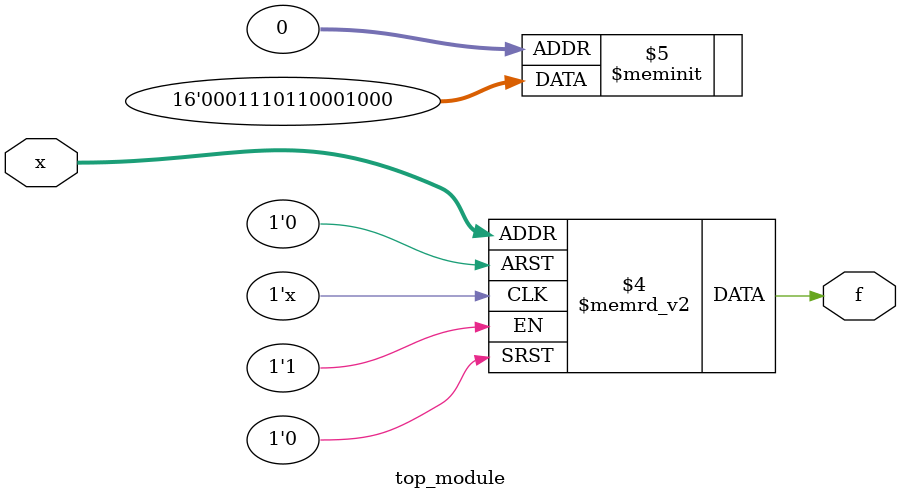
<source format=sv>
module top_module (
    input [4:1] x,
    output logic f
);

always_comb begin
    case ({x[4], x[3], x[2], x[1]})
        4'b0000: f = 1'b0; // Assuming 0000 is don't-care
        4'b0001: f = 1'b0;
        4'b0010: f = 1'b0; // Assuming 0010 is don't-care
        4'b0011: f = 1'b1;
        4'b0100: f = 1'b0; // Assuming 0100 is don't-care
        4'b0101: f = 1'b0;
        4'b0110: f = 1'b0; // Assuming 0110 is don't-care
        4'b0111: f = 1'b1;
        4'b1000: f = 1'b1; // Assuming 1000 is don't-care
        4'b1001: f = 1'b0;
        4'b1010: f = 1'b1; // Assuming 1010 is don't-care
        4'b1011: f = 1'b1;
        4'b1100: f = 1'b1; // Assuming 1100 is don't-care
        4'b1101: f = 1'b0;
        4'b1110: f = 1'b0; // Assuming 1110 is don't-care
        4'b1111: f = 1'b0;
    endcase
end

endmodule

</source>
